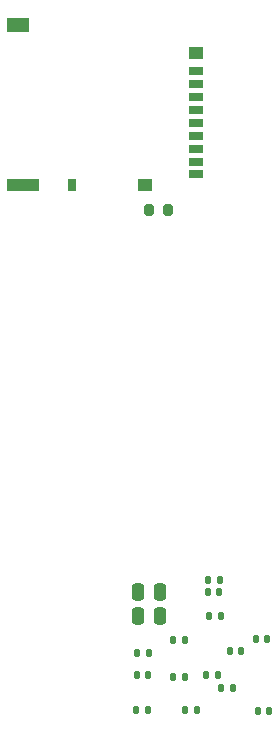
<source format=gbr>
%TF.GenerationSoftware,KiCad,Pcbnew,8.0.5-8.0.5-0~ubuntu22.04.1*%
%TF.CreationDate,2024-09-18T21:07:57+02:00*%
%TF.ProjectId,ohsim_launchpad,6f687369-6d5f-46c6-9175-6e6368706164,rev?*%
%TF.SameCoordinates,Original*%
%TF.FileFunction,Paste,Bot*%
%TF.FilePolarity,Positive*%
%FSLAX46Y46*%
G04 Gerber Fmt 4.6, Leading zero omitted, Abs format (unit mm)*
G04 Created by KiCad (PCBNEW 8.0.5-8.0.5-0~ubuntu22.04.1) date 2024-09-18 21:07:57*
%MOMM*%
%LPD*%
G01*
G04 APERTURE LIST*
G04 Aperture macros list*
%AMRoundRect*
0 Rectangle with rounded corners*
0 $1 Rounding radius*
0 $2 $3 $4 $5 $6 $7 $8 $9 X,Y pos of 4 corners*
0 Add a 4 corners polygon primitive as box body*
4,1,4,$2,$3,$4,$5,$6,$7,$8,$9,$2,$3,0*
0 Add four circle primitives for the rounded corners*
1,1,$1+$1,$2,$3*
1,1,$1+$1,$4,$5*
1,1,$1+$1,$6,$7*
1,1,$1+$1,$8,$9*
0 Add four rect primitives between the rounded corners*
20,1,$1+$1,$2,$3,$4,$5,0*
20,1,$1+$1,$4,$5,$6,$7,0*
20,1,$1+$1,$6,$7,$8,$9,0*
20,1,$1+$1,$8,$9,$2,$3,0*%
G04 Aperture macros list end*
%ADD10RoundRect,0.200000X-0.200000X-0.275000X0.200000X-0.275000X0.200000X0.275000X-0.200000X0.275000X0*%
%ADD11R,1.200000X0.700000*%
%ADD12R,0.800000X1.000000*%
%ADD13R,1.200000X1.000000*%
%ADD14R,2.800000X1.000000*%
%ADD15R,1.900000X1.300000*%
%ADD16RoundRect,0.140000X-0.140000X-0.170000X0.140000X-0.170000X0.140000X0.170000X-0.140000X0.170000X0*%
%ADD17RoundRect,0.250000X0.250000X0.475000X-0.250000X0.475000X-0.250000X-0.475000X0.250000X-0.475000X0*%
G04 APERTURE END LIST*
D10*
%TO.C,R68*%
X187675000Y-88100000D03*
X189325000Y-88100000D03*
%TD*%
D11*
%TO.C,J7*%
X191700000Y-76350000D03*
X191700000Y-77450000D03*
X191700000Y-78550000D03*
X191700000Y-79650000D03*
X191700000Y-80750000D03*
X191700000Y-81850000D03*
X191700000Y-82950000D03*
X191700000Y-84050000D03*
X191700000Y-85000000D03*
D12*
X181200000Y-85950000D03*
D13*
X187400000Y-85950000D03*
D14*
X177050000Y-85950000D03*
D13*
X191700000Y-74800000D03*
D15*
X176600000Y-72450000D03*
%TD*%
D16*
%TO.C,C41*%
X190770000Y-130450000D03*
X191730000Y-130450000D03*
%TD*%
D17*
%TO.C,C19*%
X188650000Y-120400000D03*
X186750000Y-120400000D03*
%TD*%
D16*
%TO.C,C44*%
X192570000Y-127500000D03*
X193530000Y-127500000D03*
%TD*%
D17*
%TO.C,C22*%
X188650000Y-122500000D03*
X186750000Y-122500000D03*
%TD*%
D16*
%TO.C,C11*%
X186720000Y-125600000D03*
X187680000Y-125600000D03*
%TD*%
%TO.C,C21*%
X196770000Y-124450000D03*
X197730000Y-124450000D03*
%TD*%
%TO.C,C43*%
X196920000Y-130500000D03*
X197880000Y-130500000D03*
%TD*%
%TO.C,C13*%
X186670000Y-127500000D03*
X187630000Y-127500000D03*
%TD*%
%TO.C,C34*%
X194570000Y-125450000D03*
X195530000Y-125450000D03*
%TD*%
%TO.C,C36*%
X192820000Y-122500000D03*
X193780000Y-122500000D03*
%TD*%
%TO.C,C42*%
X189770000Y-124500000D03*
X190730000Y-124500000D03*
%TD*%
%TO.C,C31*%
X193820000Y-128550000D03*
X194780000Y-128550000D03*
%TD*%
%TO.C,C38*%
X192720000Y-119400000D03*
X193680000Y-119400000D03*
%TD*%
%TO.C,C39*%
X189770000Y-127600000D03*
X190730000Y-127600000D03*
%TD*%
%TO.C,C17*%
X192670000Y-120450000D03*
X193630000Y-120450000D03*
%TD*%
%TO.C,C35*%
X186620000Y-130450000D03*
X187580000Y-130450000D03*
%TD*%
M02*

</source>
